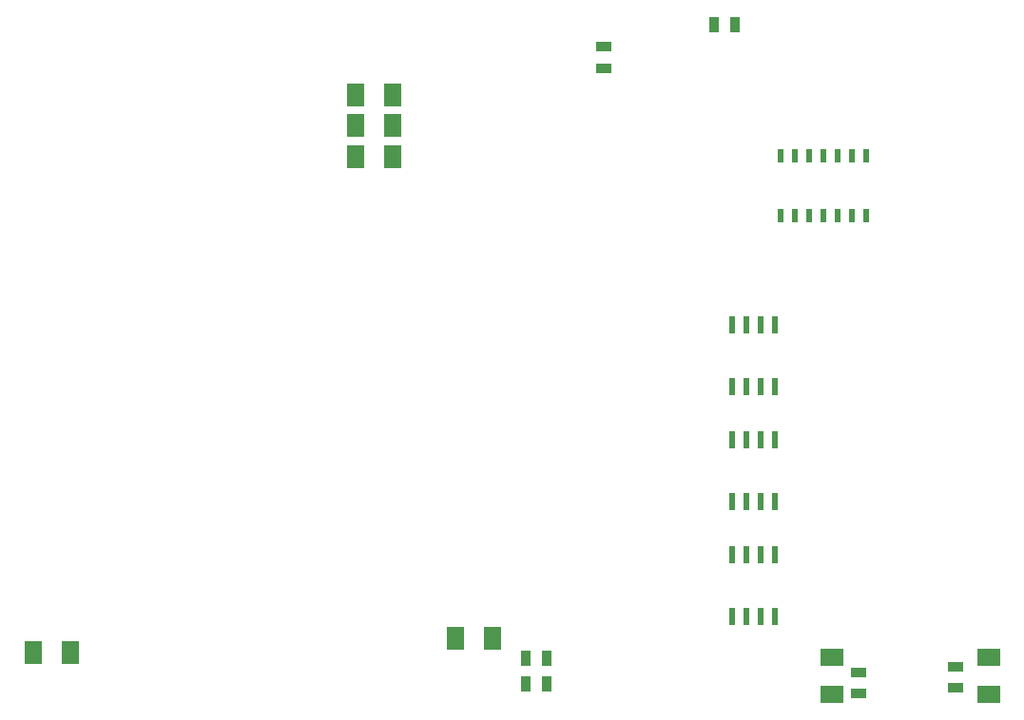
<source format=gbp>
G04 (created by PCBNEW (2013-mar-13)-testing) date mié 28 ago 2013 12:36:51 COT*
%MOIN*%
G04 Gerber Fmt 3.4, Leading zero omitted, Abs format*
%FSLAX34Y34*%
G01*
G70*
G90*
G04 APERTURE LIST*
%ADD10C,0.005906*%
%ADD11R,0.024000X0.059800*%
%ADD12R,0.024000X0.049200*%
%ADD13R,0.060000X0.080000*%
%ADD14R,0.035000X0.055000*%
%ADD15R,0.055000X0.035000*%
%ADD16R,0.080000X0.060000*%
G04 APERTURE END LIST*
G54D10*
G54D11*
X67164Y-32276D03*
X67664Y-32276D03*
X68164Y-32276D03*
X68664Y-32276D03*
X68664Y-30126D03*
X68164Y-30126D03*
X67664Y-30126D03*
X67164Y-30126D03*
X67164Y-36312D03*
X67664Y-36312D03*
X68164Y-36312D03*
X68664Y-36312D03*
X68664Y-34162D03*
X68164Y-34162D03*
X67664Y-34162D03*
X67164Y-34162D03*
X67164Y-28241D03*
X67664Y-28241D03*
X68164Y-28241D03*
X68664Y-28241D03*
X68664Y-26091D03*
X68164Y-26091D03*
X67664Y-26091D03*
X67164Y-26091D03*
G54D12*
X71874Y-22262D03*
X71374Y-22262D03*
X70874Y-22262D03*
X70374Y-22262D03*
X69874Y-22262D03*
X69374Y-22262D03*
X68874Y-22262D03*
X68874Y-20162D03*
X69374Y-20162D03*
X69874Y-20162D03*
X70374Y-20162D03*
X70874Y-20162D03*
X71374Y-20162D03*
X71874Y-20162D03*
G54D13*
X53976Y-18012D03*
X55276Y-18012D03*
X53976Y-19095D03*
X55276Y-19095D03*
X53976Y-20177D03*
X55276Y-20177D03*
G54D14*
X67275Y-15550D03*
X66525Y-15550D03*
G54D15*
X71600Y-38275D03*
X71600Y-39025D03*
X75000Y-38825D03*
X75000Y-38075D03*
X62650Y-17075D03*
X62650Y-16325D03*
G54D14*
X59925Y-37800D03*
X60675Y-37800D03*
G54D16*
X76150Y-39050D03*
X76150Y-37750D03*
X70650Y-37750D03*
X70650Y-39050D03*
G54D14*
X59925Y-38700D03*
X60675Y-38700D03*
G54D13*
X42650Y-37600D03*
X43950Y-37600D03*
X57450Y-37100D03*
X58750Y-37100D03*
M02*

</source>
